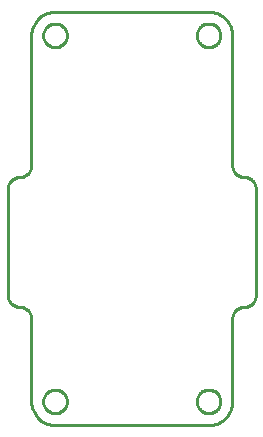
<source format=gbr>
G04 EAGLE Gerber RS-274X export*
G75*
%MOMM*%
%FSLAX34Y34*%
%LPD*%
%IN*%
%IPPOS*%
%AMOC8*
5,1,8,0,0,1.08239X$1,22.5*%
G01*
%ADD10C,0.254000*%


D10*
X0Y110000D02*
X38Y109128D01*
X152Y108264D01*
X341Y107412D01*
X603Y106580D01*
X937Y105774D01*
X1340Y105000D01*
X1808Y104264D01*
X2340Y103572D01*
X2929Y102929D01*
X3572Y102340D01*
X4264Y101808D01*
X5000Y101340D01*
X5774Y100937D01*
X6580Y100603D01*
X7412Y100341D01*
X8264Y100152D01*
X9128Y100038D01*
X10000Y100000D01*
X10872Y99962D01*
X11736Y99848D01*
X12588Y99659D01*
X13420Y99397D01*
X14226Y99063D01*
X15000Y98660D01*
X15736Y98192D01*
X16428Y97660D01*
X17071Y97071D01*
X17660Y96428D01*
X18192Y95736D01*
X18660Y95000D01*
X19063Y94226D01*
X19397Y93420D01*
X19659Y92588D01*
X19848Y91736D01*
X19962Y90872D01*
X20000Y90000D01*
X20000Y20000D01*
X20076Y18257D01*
X20304Y16527D01*
X20681Y14824D01*
X21206Y13160D01*
X21874Y11548D01*
X22680Y10000D01*
X23617Y8528D01*
X24679Y7144D01*
X25858Y5858D01*
X27144Y4679D01*
X28528Y3617D01*
X30000Y2680D01*
X31548Y1874D01*
X33160Y1206D01*
X34824Y681D01*
X36527Y304D01*
X38257Y76D01*
X40000Y0D01*
X170000Y0D01*
X171743Y76D01*
X173473Y304D01*
X175176Y681D01*
X176840Y1206D01*
X178452Y1874D01*
X180000Y2680D01*
X181472Y3617D01*
X182856Y4679D01*
X184142Y5858D01*
X185321Y7144D01*
X186383Y8528D01*
X187321Y10000D01*
X188126Y11548D01*
X188794Y13160D01*
X189319Y14824D01*
X189696Y16527D01*
X189924Y18257D01*
X190000Y20000D01*
X190000Y90000D01*
X190038Y90872D01*
X190152Y91736D01*
X190341Y92588D01*
X190603Y93420D01*
X190937Y94226D01*
X191340Y95000D01*
X191808Y95736D01*
X192340Y96428D01*
X192929Y97071D01*
X193572Y97660D01*
X194264Y98192D01*
X195000Y98660D01*
X195774Y99063D01*
X196580Y99397D01*
X197412Y99659D01*
X198264Y99848D01*
X199128Y99962D01*
X200000Y100000D01*
X200872Y100038D01*
X201736Y100152D01*
X202588Y100341D01*
X203420Y100603D01*
X204226Y100937D01*
X205000Y101340D01*
X205736Y101808D01*
X206428Y102340D01*
X207071Y102929D01*
X207660Y103572D01*
X208192Y104264D01*
X208660Y105000D01*
X209063Y105774D01*
X209397Y106580D01*
X209659Y107412D01*
X209848Y108264D01*
X209962Y109128D01*
X210000Y110000D01*
X210000Y200000D01*
X209962Y200872D01*
X209848Y201736D01*
X209659Y202588D01*
X209397Y203420D01*
X209063Y204226D01*
X208660Y205000D01*
X208192Y205736D01*
X207660Y206428D01*
X207071Y207071D01*
X206428Y207660D01*
X205736Y208192D01*
X205000Y208660D01*
X204226Y209063D01*
X203420Y209397D01*
X202588Y209659D01*
X201736Y209848D01*
X200872Y209962D01*
X200000Y210000D01*
X199128Y210038D01*
X198264Y210152D01*
X197412Y210341D01*
X196580Y210603D01*
X195774Y210937D01*
X195000Y211340D01*
X194264Y211808D01*
X193572Y212340D01*
X192929Y212929D01*
X192340Y213572D01*
X191808Y214264D01*
X191340Y215000D01*
X190937Y215774D01*
X190603Y216580D01*
X190341Y217412D01*
X190152Y218264D01*
X190038Y219128D01*
X190000Y220000D01*
X190000Y330000D01*
X189924Y331743D01*
X189696Y333473D01*
X189319Y335176D01*
X188794Y336840D01*
X188126Y338452D01*
X187321Y340000D01*
X186383Y341472D01*
X185321Y342856D01*
X184142Y344142D01*
X182856Y345321D01*
X181472Y346383D01*
X180000Y347321D01*
X178452Y348126D01*
X176840Y348794D01*
X175176Y349319D01*
X173473Y349696D01*
X171743Y349924D01*
X170000Y350000D01*
X40000Y350000D01*
X38257Y349924D01*
X36527Y349696D01*
X34824Y349319D01*
X33160Y348794D01*
X31548Y348126D01*
X30000Y347321D01*
X28528Y346383D01*
X27144Y345321D01*
X25858Y344142D01*
X24679Y342856D01*
X23617Y341472D01*
X22680Y340000D01*
X21874Y338452D01*
X21206Y336840D01*
X20681Y335176D01*
X20304Y333473D01*
X20076Y331743D01*
X20000Y330000D01*
X20000Y220000D01*
X19962Y219128D01*
X19848Y218264D01*
X19659Y217412D01*
X19397Y216580D01*
X19063Y215774D01*
X18660Y215000D01*
X18192Y214264D01*
X17660Y213572D01*
X17071Y212929D01*
X16428Y212340D01*
X15736Y211808D01*
X15000Y211340D01*
X14226Y210937D01*
X13420Y210603D01*
X12588Y210341D01*
X11736Y210152D01*
X10872Y210038D01*
X10000Y210000D01*
X9128Y209962D01*
X8264Y209848D01*
X7412Y209659D01*
X6580Y209397D01*
X5774Y209063D01*
X5000Y208660D01*
X4264Y208192D01*
X3572Y207660D01*
X2929Y207071D01*
X2340Y206428D01*
X1808Y205736D01*
X1340Y205000D01*
X937Y204226D01*
X603Y203420D01*
X341Y202588D01*
X152Y201736D01*
X38Y200872D01*
X0Y200000D01*
X0Y110000D01*
X180000Y329563D02*
X179924Y328694D01*
X179772Y327834D01*
X179546Y326990D01*
X179248Y326170D01*
X178879Y325378D01*
X178442Y324622D01*
X177941Y323907D01*
X177380Y323238D01*
X176762Y322620D01*
X176093Y322059D01*
X175378Y321558D01*
X174622Y321121D01*
X173830Y320752D01*
X173010Y320454D01*
X172166Y320228D01*
X171307Y320076D01*
X170437Y320000D01*
X169563Y320000D01*
X168694Y320076D01*
X167834Y320228D01*
X166990Y320454D01*
X166170Y320752D01*
X165378Y321121D01*
X164622Y321558D01*
X163907Y322059D01*
X163238Y322620D01*
X162620Y323238D01*
X162059Y323907D01*
X161558Y324622D01*
X161121Y325378D01*
X160752Y326170D01*
X160454Y326990D01*
X160228Y327834D01*
X160076Y328694D01*
X160000Y329563D01*
X160000Y330437D01*
X160076Y331307D01*
X160228Y332166D01*
X160454Y333010D01*
X160752Y333830D01*
X161121Y334622D01*
X161558Y335378D01*
X162059Y336093D01*
X162620Y336762D01*
X163238Y337380D01*
X163907Y337941D01*
X164622Y338442D01*
X165378Y338879D01*
X166170Y339248D01*
X166990Y339546D01*
X167834Y339772D01*
X168694Y339924D01*
X169563Y340000D01*
X170437Y340000D01*
X171307Y339924D01*
X172166Y339772D01*
X173010Y339546D01*
X173830Y339248D01*
X174622Y338879D01*
X175378Y338442D01*
X176093Y337941D01*
X176762Y337380D01*
X177380Y336762D01*
X177941Y336093D01*
X178442Y335378D01*
X178879Y334622D01*
X179248Y333830D01*
X179546Y333010D01*
X179772Y332166D01*
X179924Y331307D01*
X180000Y330437D01*
X180000Y329563D01*
X180000Y19563D02*
X179924Y18694D01*
X179772Y17834D01*
X179546Y16990D01*
X179248Y16170D01*
X178879Y15378D01*
X178442Y14622D01*
X177941Y13907D01*
X177380Y13238D01*
X176762Y12620D01*
X176093Y12059D01*
X175378Y11558D01*
X174622Y11121D01*
X173830Y10752D01*
X173010Y10454D01*
X172166Y10228D01*
X171307Y10076D01*
X170437Y10000D01*
X169563Y10000D01*
X168694Y10076D01*
X167834Y10228D01*
X166990Y10454D01*
X166170Y10752D01*
X165378Y11121D01*
X164622Y11558D01*
X163907Y12059D01*
X163238Y12620D01*
X162620Y13238D01*
X162059Y13907D01*
X161558Y14622D01*
X161121Y15378D01*
X160752Y16170D01*
X160454Y16990D01*
X160228Y17834D01*
X160076Y18694D01*
X160000Y19563D01*
X160000Y20437D01*
X160076Y21307D01*
X160228Y22166D01*
X160454Y23010D01*
X160752Y23830D01*
X161121Y24622D01*
X161558Y25378D01*
X162059Y26093D01*
X162620Y26762D01*
X163238Y27380D01*
X163907Y27941D01*
X164622Y28442D01*
X165378Y28879D01*
X166170Y29248D01*
X166990Y29546D01*
X167834Y29772D01*
X168694Y29924D01*
X169563Y30000D01*
X170437Y30000D01*
X171307Y29924D01*
X172166Y29772D01*
X173010Y29546D01*
X173830Y29248D01*
X174622Y28879D01*
X175378Y28442D01*
X176093Y27941D01*
X176762Y27380D01*
X177380Y26762D01*
X177941Y26093D01*
X178442Y25378D01*
X178879Y24622D01*
X179248Y23830D01*
X179546Y23010D01*
X179772Y22166D01*
X179924Y21307D01*
X180000Y20437D01*
X180000Y19563D01*
X50000Y19563D02*
X49924Y18694D01*
X49772Y17834D01*
X49546Y16990D01*
X49248Y16170D01*
X48879Y15378D01*
X48442Y14622D01*
X47941Y13907D01*
X47380Y13238D01*
X46762Y12620D01*
X46093Y12059D01*
X45378Y11558D01*
X44622Y11121D01*
X43830Y10752D01*
X43010Y10454D01*
X42166Y10228D01*
X41307Y10076D01*
X40437Y10000D01*
X39563Y10000D01*
X38694Y10076D01*
X37834Y10228D01*
X36990Y10454D01*
X36170Y10752D01*
X35378Y11121D01*
X34622Y11558D01*
X33907Y12059D01*
X33238Y12620D01*
X32620Y13238D01*
X32059Y13907D01*
X31558Y14622D01*
X31121Y15378D01*
X30752Y16170D01*
X30454Y16990D01*
X30228Y17834D01*
X30076Y18694D01*
X30000Y19563D01*
X30000Y20437D01*
X30076Y21307D01*
X30228Y22166D01*
X30454Y23010D01*
X30752Y23830D01*
X31121Y24622D01*
X31558Y25378D01*
X32059Y26093D01*
X32620Y26762D01*
X33238Y27380D01*
X33907Y27941D01*
X34622Y28442D01*
X35378Y28879D01*
X36170Y29248D01*
X36990Y29546D01*
X37834Y29772D01*
X38694Y29924D01*
X39563Y30000D01*
X40437Y30000D01*
X41307Y29924D01*
X42166Y29772D01*
X43010Y29546D01*
X43830Y29248D01*
X44622Y28879D01*
X45378Y28442D01*
X46093Y27941D01*
X46762Y27380D01*
X47380Y26762D01*
X47941Y26093D01*
X48442Y25378D01*
X48879Y24622D01*
X49248Y23830D01*
X49546Y23010D01*
X49772Y22166D01*
X49924Y21307D01*
X50000Y20437D01*
X50000Y19563D01*
X50000Y329563D02*
X49924Y328694D01*
X49772Y327834D01*
X49546Y326990D01*
X49248Y326170D01*
X48879Y325378D01*
X48442Y324622D01*
X47941Y323907D01*
X47380Y323238D01*
X46762Y322620D01*
X46093Y322059D01*
X45378Y321558D01*
X44622Y321121D01*
X43830Y320752D01*
X43010Y320454D01*
X42166Y320228D01*
X41307Y320076D01*
X40437Y320000D01*
X39563Y320000D01*
X38694Y320076D01*
X37834Y320228D01*
X36990Y320454D01*
X36170Y320752D01*
X35378Y321121D01*
X34622Y321558D01*
X33907Y322059D01*
X33238Y322620D01*
X32620Y323238D01*
X32059Y323907D01*
X31558Y324622D01*
X31121Y325378D01*
X30752Y326170D01*
X30454Y326990D01*
X30228Y327834D01*
X30076Y328694D01*
X30000Y329563D01*
X30000Y330437D01*
X30076Y331307D01*
X30228Y332166D01*
X30454Y333010D01*
X30752Y333830D01*
X31121Y334622D01*
X31558Y335378D01*
X32059Y336093D01*
X32620Y336762D01*
X33238Y337380D01*
X33907Y337941D01*
X34622Y338442D01*
X35378Y338879D01*
X36170Y339248D01*
X36990Y339546D01*
X37834Y339772D01*
X38694Y339924D01*
X39563Y340000D01*
X40437Y340000D01*
X41307Y339924D01*
X42166Y339772D01*
X43010Y339546D01*
X43830Y339248D01*
X44622Y338879D01*
X45378Y338442D01*
X46093Y337941D01*
X46762Y337380D01*
X47380Y336762D01*
X47941Y336093D01*
X48442Y335378D01*
X48879Y334622D01*
X49248Y333830D01*
X49546Y333010D01*
X49772Y332166D01*
X49924Y331307D01*
X50000Y330437D01*
X50000Y329563D01*
M02*

</source>
